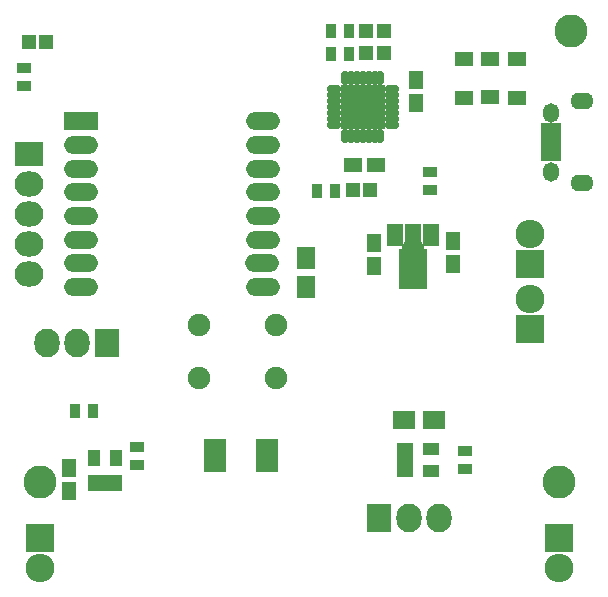
<source format=gbr>
G04 #@! TF.FileFunction,Soldermask,Top*
%FSLAX46Y46*%
G04 Gerber Fmt 4.6, Leading zero omitted, Abs format (unit mm)*
G04 Created by KiCad (PCBNEW 4.0.2-1.fc23-product) date Tue 29 Mar 2016 21:37:23 CEST*
%MOMM*%
G01*
G04 APERTURE LIST*
%ADD10C,0.100000*%
%ADD11O,0.700000X1.250000*%
%ADD12O,1.250000X0.700000*%
%ADD13R,2.075000X2.075000*%
%ADD14C,2.800000*%
%ADD15R,1.900000X1.650000*%
%ADD16R,1.650000X1.900000*%
%ADD17R,1.197560X1.197560*%
%ADD18R,1.620000X1.310000*%
%ADD19R,1.150000X1.600000*%
%ADD20R,1.600000X1.150000*%
%ADD21R,2.432000X2.432000*%
%ADD22O,2.432000X2.432000*%
%ADD23R,1.050000X1.460000*%
%ADD24R,1.460000X1.050000*%
%ADD25R,2.127200X2.432000*%
%ADD26O,2.127200X2.432000*%
%ADD27R,1.750000X0.800000*%
%ADD28O,1.350000X1.650000*%
%ADD29O,1.950000X1.400000*%
%ADD30R,1.300000X0.900000*%
%ADD31R,0.900000X1.300000*%
%ADD32C,1.900000*%
%ADD33R,1.400760X1.901140*%
%ADD34R,2.398980X3.399740*%
%ADD35R,2.900000X1.500000*%
%ADD36O,2.900000X1.500000*%
%ADD37R,1.850000X0.850000*%
%ADD38R,2.432000X2.127200*%
%ADD39O,2.432000X2.127200*%
G04 APERTURE END LIST*
D10*
D11*
X178840000Y-60910000D03*
X179340000Y-60910000D03*
X179840000Y-60910000D03*
X180340000Y-60910000D03*
X180840000Y-60910000D03*
X181340000Y-60910000D03*
X181840000Y-60910000D03*
D12*
X182790000Y-59960000D03*
X182790000Y-59460000D03*
X182790000Y-58960000D03*
X182790000Y-58460000D03*
X182790000Y-57960000D03*
X182790000Y-57460000D03*
X182790000Y-56960000D03*
D11*
X181840000Y-56010000D03*
X181340000Y-56010000D03*
X180840000Y-56010000D03*
X180340000Y-56010000D03*
X179840000Y-56010000D03*
X179340000Y-56010000D03*
X178840000Y-56010000D03*
D12*
X177890000Y-56960000D03*
X177890000Y-57460000D03*
X177890000Y-57960000D03*
X177890000Y-58460000D03*
X177890000Y-58960000D03*
X177890000Y-59460000D03*
X177890000Y-59960000D03*
D13*
X181177500Y-57622500D03*
X179502500Y-57622500D03*
X181177500Y-59297500D03*
X179502500Y-59297500D03*
D14*
X153000000Y-90250000D03*
X197000000Y-90250000D03*
D15*
X186350000Y-84980000D03*
X183850000Y-84980000D03*
D16*
X175500000Y-71250000D03*
X175500000Y-73750000D03*
D17*
X180650700Y-52010000D03*
X182149300Y-52010000D03*
X180610700Y-53940000D03*
X182109300Y-53940000D03*
X152050700Y-53000000D03*
X153549300Y-53000000D03*
X179480700Y-65540000D03*
X180979300Y-65540000D03*
D18*
X188910000Y-57715000D03*
X188910000Y-54445000D03*
X193430000Y-57675000D03*
X193430000Y-54405000D03*
X191150000Y-57660000D03*
X191150000Y-54390000D03*
D19*
X155500000Y-90950000D03*
X155500000Y-89050000D03*
X184890000Y-56210000D03*
X184890000Y-58110000D03*
D20*
X179550000Y-63370000D03*
X181450000Y-63370000D03*
D21*
X153000000Y-95000000D03*
D22*
X153000000Y-97540000D03*
D21*
X197000000Y-95000000D03*
D22*
X197000000Y-97540000D03*
D23*
X157550000Y-90350000D03*
X158500000Y-90350000D03*
X159450000Y-90350000D03*
X159450000Y-88150000D03*
X157550000Y-88150000D03*
D24*
X183940000Y-87410000D03*
X183940000Y-88360000D03*
X183940000Y-89310000D03*
X186140000Y-89310000D03*
X186140000Y-87410000D03*
D25*
X181710000Y-93250000D03*
D26*
X184250000Y-93250000D03*
X186790000Y-93250000D03*
D25*
X158680000Y-78450000D03*
D26*
X156140000Y-78450000D03*
X153600000Y-78450000D03*
D27*
X196247460Y-62740900D03*
X196247460Y-62090900D03*
X196247460Y-61440900D03*
X196247460Y-60790900D03*
X196247460Y-60140900D03*
D28*
X196247460Y-63940900D03*
X196247460Y-58940900D03*
D29*
X198947460Y-64940900D03*
X198947460Y-57940900D03*
D30*
X161250000Y-87250000D03*
X161250000Y-88750000D03*
X189010000Y-87630000D03*
X189010000Y-89130000D03*
D31*
X179190000Y-52010000D03*
X177690000Y-52010000D03*
X179190000Y-53970000D03*
X177690000Y-53970000D03*
D30*
X151670000Y-55190000D03*
X151670000Y-56690000D03*
D31*
X156000000Y-84250000D03*
X157500000Y-84250000D03*
X176460000Y-65600000D03*
X177960000Y-65600000D03*
D30*
X186040000Y-64010000D03*
X186040000Y-65510000D03*
D32*
X172970000Y-81460000D03*
X166470000Y-81460000D03*
X166470000Y-76960000D03*
X172970000Y-76960000D03*
D33*
X186101140Y-69270000D03*
X184600000Y-69270000D03*
X183098860Y-69270000D03*
D34*
X184600000Y-72221480D03*
D10*
G36*
X183399240Y-70947010D02*
X183899620Y-69797710D01*
X185300380Y-69797710D01*
X185800760Y-70947010D01*
X183399240Y-70947010D01*
X183399240Y-70947010D01*
G37*
D19*
X187950000Y-71750000D03*
X187950000Y-69850000D03*
X181320000Y-70030000D03*
X181320000Y-71930000D03*
D21*
X194500000Y-77290000D03*
D22*
X194500000Y-74750000D03*
D21*
X194500000Y-71750000D03*
D22*
X194500000Y-69210000D03*
D35*
X156490000Y-59700000D03*
D36*
X156490000Y-61700000D03*
X156490000Y-63700000D03*
X156490000Y-65700000D03*
X156490000Y-67700000D03*
X156490000Y-69700000D03*
X156490000Y-71700000D03*
X156490000Y-73700000D03*
X171890000Y-73700000D03*
X171790000Y-71700000D03*
X171890000Y-69700000D03*
X171890000Y-67700000D03*
X171890000Y-65700000D03*
X171890000Y-63700000D03*
X171890000Y-61700000D03*
X171890000Y-59700000D03*
D37*
X167875000Y-86975000D03*
X167875000Y-87625000D03*
X167875000Y-88275000D03*
X167875000Y-88925000D03*
X172275000Y-88925000D03*
X172275000Y-88275000D03*
X172275000Y-87625000D03*
X172275000Y-86975000D03*
D38*
X152075000Y-62425000D03*
D39*
X152075000Y-64965000D03*
X152075000Y-67505000D03*
X152075000Y-70045000D03*
X152075000Y-72585000D03*
D14*
X198000000Y-52000000D03*
M02*

</source>
